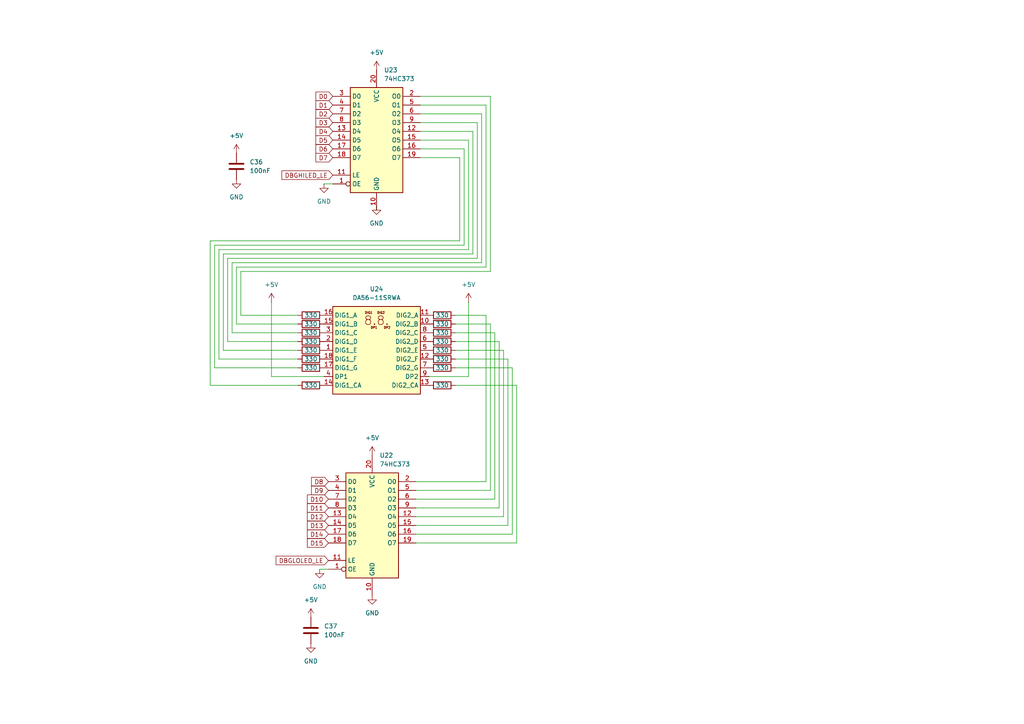
<source format=kicad_sch>
(kicad_sch (version 20250114) (generator "eeschema") (generator_version "9.0")
  (paper "A4")
  (lib_symbols
    (symbol "74xx:74HC373"
      (property "Reference" "U" (at -7.62 16.51 0))
      (property "Value" "74HC373" (at -7.62 -16.51 0))
      (symbol "74HC373_1_0"
        (pin input line (at -12.7 12.7 0) (length 5.08) (name "D0") (number "3"))
        (pin input line (at -12.7 10.16 0) (length 5.08) (name "D1") (number "4"))
        (pin input line (at -12.7 7.62 0) (length 5.08) (name "D2") (number "7"))
        (pin input line (at -12.7 5.08 0) (length 5.08) (name "D3") (number "8"))
        (pin input line (at -12.7 2.54 0) (length 5.08) (name "D4") (number "13"))
        (pin input line (at -12.7 0 0) (length 5.08) (name "D5") (number "14"))
        (pin input line (at -12.7 -2.54 0) (length 5.08) (name "D6") (number "17"))
        (pin input line (at -12.7 -5.08 0) (length 5.08) (name "D7") (number "18"))
        (pin input line (at -12.7 -10.16 0) (length 5.08) (name "LE") (number "11"))
        (pin input inverted (at -12.7 -12.7 0) (length 5.08) (name "OE") (number "1"))
        (pin power_in line (at 0 20.32 270) (length 5.08) (name "VCC") (number "20"))
        (pin power_in line (at 0 -20.32 90) (length 5.08) (name "GND") (number "10"))
        (pin tri_state line (at 12.7 12.7 180) (length 5.08) (name "O0") (number "2"))
        (pin tri_state line (at 12.7 10.16 180) (length 5.08) (name "O1") (number "5"))
        (pin tri_state line (at 12.7 7.62 180) (length 5.08) (name "O2") (number "6"))
        (pin tri_state line (at 12.7 5.08 180) (length 5.08) (name "O3") (number "9"))
        (pin tri_state line (at 12.7 2.54 180) (length 5.08) (name "O4") (number "12"))
        (pin tri_state line (at 12.7 0 180) (length 5.08) (name "O5") (number "15"))
        (pin tri_state line (at 12.7 -2.54 180) (length 5.08) (name "O6") (number "16"))
        (pin tri_state line (at 12.7 -5.08 180) (length 5.08) (name "O7") (number "19"))
      )
      (symbol "74HC373_1_1"
        (rectangle (start -7.62 15.24) (end 7.62 -15.24) (stroke (width 0.254)) (fill (type background)))
      )
    )
    (symbol "Device:C" (pin_numbers (hide yes)) (pin_names (offset 0.254))
      (property "Reference" "C" (at 0.635 2.54 0))
      (property "Value" "C" (at 0.635 -2.54 0))
      (symbol "C_0_1"
        (polyline (pts (xy -2.032 0.762) (xy 2.032 0.762)) (stroke (width 0.508)))
        (polyline (pts (xy -2.032 -0.762) (xy 2.032 -0.762)) (stroke (width 0.508)))
      )
      (symbol "C_1_1"
        (pin passive line (at 0 3.81 270) (length 2.794) (name "~") (number "1"))
        (pin passive line (at 0 -3.81 90) (length 2.794) (name "~") (number "2"))
      )
    )
    (symbol "Device:R" (pin_numbers (hide yes)) (pin_names (offset 0))
      (property "Reference" "R" (at 2.032 0 90))
      (property "Value" "R" (at 0 0 90))
      (symbol "R_0_1"
        (rectangle (start -1.016 -2.54) (end 1.016 2.54) (stroke (width 0.254)))
      )
      (symbol "R_1_1"
        (pin passive line (at 0 3.81 270) (length 1.27) (name "~") (number "1"))
        (pin passive line (at 0 -3.81 90) (length 1.27) (name "~") (number "2"))
      )
    )
    (symbol "Display_Character:DA56-11SRWA"
      (property "Reference" "U" (at -11.43 13.97 0))
      (property "Value" "DA56-11SRWA" (at 12.7 13.97 0))
      (symbol "DA56-11SRWA_0_0"
        (text "DIG1" (at -2.286 10.922 0) (effects (font (size 0.635 0.635))))
        (text "DP1" (at -0.762 6.604 0) (effects (font (size 0.635 0.635))))
        (text "8.8." (at 0 8.636 0) (effects (font (size 2.54 2.54))))
        (text "DIG2" (at 1.27 10.922 0) (effects (font (size 0.635 0.635))))
        (text "DP2" (at 3.048 6.604 0) (effects (font (size 0.635 0.635))))
      )
      (symbol "DA56-11SRWA_0_1"
        (rectangle (start -12.7 12.7) (end 12.7 -12.7) (stroke (width 0.254)) (fill (type background)))
      )
      (symbol "DA56-11SRWA_1_1"
        (pin input line (at -15.24 10.16 0) (length 2.54) (name "DIG1_A") (number "16"))
        (pin input line (at -15.24 7.62 0) (length 2.54) (name "DIG1_B") (number "15"))
        (pin input line (at -15.24 5.08 0) (length 2.54) (name "DIG1_C") (number "3"))
        (pin input line (at -15.24 2.54 0) (length 2.54) (name "DIG1_D") (number "2"))
        (pin input line (at -15.24 0 0) (length 2.54) (name "DIG1_E") (number "1"))
        (pin input line (at -15.24 -2.54 0) (length 2.54) (name "DIG1_F") (number "18"))
        (pin input line (at -15.24 -5.08 0) (length 2.54) (name "DIG1_G") (number "17"))
        (pin input line (at -15.24 -7.62 0) (length 2.54) (name "DP1") (number "4"))
        (pin input line (at -15.24 -10.16 0) (length 2.54) (name "DIG1_CA") (number "14"))
        (pin input line (at 15.24 10.16 180) (length 2.54) (name "DIG2_A") (number "11"))
        (pin input line (at 15.24 7.62 180) (length 2.54) (name "DIG2_B") (number "10"))
        (pin input line (at 15.24 5.08 180) (length 2.54) (name "DIG2_C") (number "8"))
        (pin input line (at 15.24 2.54 180) (length 2.54) (name "DIG2_D") (number "6"))
        (pin input line (at 15.24 0 180) (length 2.54) (name "DIG2_E") (number "5"))
        (pin input line (at 15.24 -2.54 180) (length 2.54) (name "DIG2_F") (number "12"))
        (pin input line (at 15.24 -5.08 180) (length 2.54) (name "DIG2_G") (number "7"))
        (pin input line (at 15.24 -7.62 180) (length 2.54) (name "DP2") (number "9"))
        (pin input line (at 15.24 -10.16 180) (length 2.54) (name "DIG2_CA") (number "13"))
      )
    )
    (symbol "power:+5V" (power) (pin_numbers (hide yes)) (pin_names (offset 0) (hide yes))
      (property "Value" "+5V" (at 0 3.556 0))
      (symbol "+5V_0_1"
        (polyline (pts (xy -0.762 1.27) (xy 0 2.54)))
        (polyline (pts (xy 0 2.54) (xy 0.762 1.27)))
        (polyline (pts (xy 0 0) (xy 0 2.54)))
      )
      (symbol "+5V_1_1"
        (pin power_in line (at 0 0 90) (length 0) (name "~") (number "1"))
      )
    )
    (symbol "power:GND" (power) (pin_numbers (hide yes)) (pin_names (offset 0) (hide yes))
      (property "Value" "GND" (at 0 -3.81 0))
      (symbol "GND_0_1"
        (polyline (pts (xy 0 0) (xy 0 -1.27) (xy 1.27 -1.27) (xy 0 -2.54) (xy -1.27 -1.27) (xy 0 -1.27)))
      )
      (symbol "GND_1_1"
        (pin power_in line (at 0 0 270) (length 0) (name "~") (number "1"))
      )
    )
  )
  (wire (pts (xy 69.85 91.44) (xy 86.36 91.44)))
  (wire (pts (xy 144.78 99.06) (xy 144.78 147.32)))
  (wire (pts (xy 133.35 45.72) (xy 133.35 69.85)))
  (wire (pts (xy 140.97 77.47) (xy 140.97 30.48)))
  (wire (pts (xy 67.31 76.2) (xy 67.31 96.52)))
  (wire (pts (xy 139.7 33.02) (xy 139.7 76.2)))
  (wire (pts (xy 121.92 27.94) (xy 142.24 27.94)))
  (wire (pts (xy 132.08 96.52) (xy 143.51 96.52)))
  (wire (pts (xy 147.32 104.14) (xy 147.32 152.4)))
  (wire (pts (xy 96.52 53.34) (xy 93.98 53.34)))
  (wire (pts (xy 132.08 99.06) (xy 144.78 99.06)))
  (wire (pts (xy 66.04 74.93) (xy 138.43 74.93)))
  (wire (pts (xy 149.86 111.76) (xy 149.86 157.48)))
  (wire (pts (xy 68.58 77.47) (xy 140.97 77.47)))
  (wire (pts (xy 137.16 38.1) (xy 137.16 73.66)))
  (wire (pts (xy 121.92 40.64) (xy 135.89 40.64)))
  (wire (pts (xy 135.89 72.39) (xy 63.5 72.39)))
  (wire (pts (xy 134.62 43.18) (xy 121.92 43.18)))
  (wire (pts (xy 62.23 106.68) (xy 62.23 71.12)))
  (wire (pts (xy 64.77 101.6) (xy 86.36 101.6)))
  (wire (pts (xy 120.65 139.7) (xy 140.97 139.7)))
  (wire (pts (xy 86.36 106.68) (xy 62.23 106.68)))
  (wire (pts (xy 135.89 109.22) (xy 124.46 109.22)))
  (wire (pts (xy 121.92 45.72) (xy 133.35 45.72)))
  (wire (pts (xy 133.35 69.85) (xy 60.96 69.85)))
  (wire (pts (xy 144.78 147.32) (xy 120.65 147.32)))
  (wire (pts (xy 132.08 91.44) (xy 140.97 91.44)))
  (wire (pts (xy 135.89 40.64) (xy 135.89 72.39)))
  (wire (pts (xy 93.98 109.22) (xy 78.74 109.22)))
  (wire (pts (xy 78.74 87.63) (xy 78.74 109.22)))
  (wire (pts (xy 121.92 33.02) (xy 139.7 33.02)))
  (wire (pts (xy 137.16 73.66) (xy 64.77 73.66)))
  (wire (pts (xy 109.22 59.69) (xy 109.22 60.96)))
  (wire (pts (xy 120.65 144.78) (xy 143.51 144.78)))
  (wire (pts (xy 66.04 99.06) (xy 66.04 74.93)))
  (wire (pts (xy 120.65 142.24) (xy 142.24 142.24)))
  (wire (pts (xy 139.7 76.2) (xy 67.31 76.2)))
  (wire (pts (xy 140.97 139.7) (xy 140.97 91.44)))
  (wire (pts (xy 143.51 144.78) (xy 143.51 96.52)))
  (wire (pts (xy 63.5 72.39) (xy 63.5 104.14)))
  (wire (pts (xy 120.65 157.48) (xy 149.86 157.48)))
  (wire (pts (xy 63.5 104.14) (xy 86.36 104.14)))
  (wire (pts (xy 148.59 154.94) (xy 148.59 106.68)))
  (wire (pts (xy 132.08 111.76) (xy 149.86 111.76)))
  (wire (pts (xy 60.96 69.85) (xy 60.96 111.76)))
  (wire (pts (xy 68.58 93.98) (xy 68.58 77.47)))
  (wire (pts (xy 62.23 71.12) (xy 134.62 71.12)))
  (wire (pts (xy 146.05 101.6) (xy 132.08 101.6)))
  (wire (pts (xy 147.32 152.4) (xy 120.65 152.4)))
  (wire (pts (xy 120.65 154.94) (xy 148.59 154.94)))
  (wire (pts (xy 142.24 78.74) (xy 69.85 78.74)))
  (wire (pts (xy 86.36 99.06) (xy 66.04 99.06)))
  (wire (pts (xy 146.05 149.86) (xy 146.05 101.6)))
  (wire (pts (xy 135.89 87.63) (xy 135.89 109.22)))
  (wire (pts (xy 95.25 165.1) (xy 92.71 165.1)))
  (wire (pts (xy 69.85 78.74) (xy 69.85 91.44)))
  (wire (pts (xy 142.24 27.94) (xy 142.24 78.74)))
  (wire (pts (xy 134.62 71.12) (xy 134.62 43.18)))
  (wire (pts (xy 120.65 149.86) (xy 146.05 149.86)))
  (wire (pts (xy 138.43 35.56) (xy 121.92 35.56)))
  (wire (pts (xy 121.92 30.48) (xy 140.97 30.48)))
  (wire (pts (xy 148.59 106.68) (xy 132.08 106.68)))
  (wire (pts (xy 142.24 93.98) (xy 142.24 142.24)))
  (wire (pts (xy 67.31 96.52) (xy 86.36 96.52)))
  (wire (pts (xy 121.92 38.1) (xy 137.16 38.1)))
  (wire (pts (xy 86.36 93.98) (xy 68.58 93.98)))
  (wire (pts (xy 60.96 111.76) (xy 86.36 111.76)))
  (wire (pts (xy 138.43 74.93) (xy 138.43 35.56)))
  (wire (pts (xy 64.77 73.66) (xy 64.77 101.6)))
  (wire (pts (xy 132.08 93.98) (xy 142.24 93.98)))
  (wire (pts (xy 132.08 104.14) (xy 147.32 104.14)))
  (global_label "D13" (shape input) (at 95.25 152.4 180) (property "Intersheetrefs" "${INTERSHEET_REFS}" (effects (hide yes))))
  (global_label "D11" (shape input) (at 95.25 147.32 180) (property "Intersheetrefs" "${INTERSHEET_REFS}" (effects (hide yes))))
  (global_label "D14" (shape input) (at 95.25 154.94 180) (property "Intersheetrefs" "${INTERSHEET_REFS}" (effects (hide yes))))
  (global_label "DBGHILED_LE" (shape input) (at 96.52 50.8 180) (property "Intersheetrefs" "${INTERSHEET_REFS}" (effects (hide yes))))
  (global_label "D0" (shape input) (at 96.52 27.94 180) (property "Intersheetrefs" "${INTERSHEET_REFS}" (effects (hide yes))))
  (global_label "D8" (shape input) (at 95.25 139.7 180) (property "Intersheetrefs" "${INTERSHEET_REFS}" (effects (hide yes))))
  (global_label "D10" (shape input) (at 95.25 144.78 180) (property "Intersheetrefs" "${INTERSHEET_REFS}" (effects (hide yes))))
  (global_label "D7" (shape input) (at 96.52 45.72 180) (property "Intersheetrefs" "${INTERSHEET_REFS}" (effects (hide yes))))
  (global_label "DBGLOLED_LE" (shape input) (at 95.25 162.56 180) (property "Intersheetrefs" "${INTERSHEET_REFS}" (effects (hide yes))))
  (global_label "D2" (shape input) (at 96.52 33.02 180) (property "Intersheetrefs" "${INTERSHEET_REFS}" (effects (hide yes))))
  (global_label "D1" (shape input) (at 96.52 30.48 180) (property "Intersheetrefs" "${INTERSHEET_REFS}" (effects (hide yes))))
  (global_label "D3" (shape input) (at 96.52 35.56 180) (property "Intersheetrefs" "${INTERSHEET_REFS}" (effects (hide yes))))
  (global_label "D5" (shape input) (at 96.52 40.64 180) (property "Intersheetrefs" "${INTERSHEET_REFS}" (effects (hide yes))))
  (global_label "D12" (shape input) (at 95.25 149.86 180) (property "Intersheetrefs" "${INTERSHEET_REFS}" (effects (hide yes))))
  (global_label "D15" (shape input) (at 95.25 157.48 180) (property "Intersheetrefs" "${INTERSHEET_REFS}" (effects (hide yes))))
  (global_label "D9" (shape input) (at 95.25 142.24 180) (property "Intersheetrefs" "${INTERSHEET_REFS}" (effects (hide yes))))
  (global_label "D6" (shape input) (at 96.52 43.18 180) (property "Intersheetrefs" "${INTERSHEET_REFS}" (effects (hide yes))))
  (global_label "D4" (shape input) (at 96.52 38.1 180) (property "Intersheetrefs" "${INTERSHEET_REFS}" (effects (hide yes))))
  (symbol (lib_id "Device:R") (at 90.17 91.44 90) (unit 1)
    (property "Reference" "R17" (effects (hide yes)))
    (property "Value" "330" (at 90.17 91.44 90))
    (property "Footprint" "Resistor_THT:R_Axial_DIN0207_L6.3mm_D2.5mm_P10.16mm_Horizontal" (effects (hide yes)))
    (property "Description" "Resistor" (effects (hide yes)))
  )
  (symbol (lib_id "Device:R") (at 128.27 91.44 90) (unit 1)
    (property "Reference" "R25" (effects (hide yes)))
    (property "Value" "330" (at 128.27 91.44 90))
    (property "Footprint" "Resistor_THT:R_Axial_DIN0207_L6.3mm_D2.5mm_P10.16mm_Horizontal" (effects (hide yes)))
    (property "Description" "Resistor" (effects (hide yes)))
  )
  (symbol (lib_id "power:GND") (at 107.95 172.72 0) (unit 1)
    (property "Reference" "#PWR0131" (effects (hide yes)))
    (property "Value" "GND" (at 107.95 177.8 0))
    (property "Description" "Power symbol creates a global label with name \"GND\" , ground" (effects (hide yes)))
  )
  (symbol (lib_id "power:GND") (at 93.98 53.34 0) (unit 1)
    (property "Reference" "#PWR074" (effects (hide yes)))
    (property "Value" "GND" (at 93.98 58.42 0))
    (property "Description" "Power symbol creates a global label with name \"GND\" , ground" (effects (hide yes)))
  )
  (symbol (lib_id "74xx:74HC373") (at 107.95 152.4 0) (unit 1)
    (property "Reference" "U22" (at 110.0933 132.08 0) (effects (justify left)))
    (property "Value" "74HC373" (at 110.0933 134.62 0) (effects (justify left)))
    (property "Footprint" "Package_DIP:DIP-20_W7.62mm" (effects (hide yes)))
    (property "Datasheet" "https://www.ti.com/lit/ds/symlink/cd54hc373.pdf" (effects (hide yes)))
    (property "Description" "8-bit Latch, 3-state outputs" (effects (hide yes)))
  )
  (symbol (lib_id "Device:R") (at 90.17 104.14 90) (unit 1)
    (property "Reference" "R22" (effects (hide yes)))
    (property "Value" "330" (at 90.17 104.14 90))
    (property "Footprint" "Resistor_THT:R_Axial_DIN0207_L6.3mm_D2.5mm_P10.16mm_Horizontal" (effects (hide yes)))
    (property "Description" "Resistor" (effects (hide yes)))
  )
  (symbol (lib_id "Device:R") (at 128.27 101.6 90) (unit 1)
    (property "Reference" "R29" (effects (hide yes)))
    (property "Value" "330" (at 128.27 101.6 90))
    (property "Footprint" "Resistor_THT:R_Axial_DIN0207_L6.3mm_D2.5mm_P10.16mm_Horizontal" (effects (hide yes)))
    (property "Description" "Resistor" (effects (hide yes)))
  )
  (symbol (lib_id "power:GND") (at 92.71 165.1 0) (unit 1)
    (property "Reference" "#PWR0135" (effects (hide yes)))
    (property "Value" "GND" (at 92.71 170.18 0))
    (property "Description" "Power symbol creates a global label with name \"GND\" , ground" (effects (hide yes)))
  )
  (symbol (lib_id "power:GND") (at 109.22 59.69 0) (unit 1)
    (property "Reference" "#PWR0133" (effects (hide yes)))
    (property "Value" "GND" (at 109.22 64.77 0))
    (property "Description" "Power symbol creates a global label with name \"GND\" , ground" (effects (hide yes)))
  )
  (symbol (lib_id "Device:R") (at 128.27 106.68 90) (unit 1)
    (property "Reference" "R31" (effects (hide yes)))
    (property "Value" "330" (at 128.27 106.68 90))
    (property "Footprint" "Resistor_THT:R_Axial_DIN0207_L6.3mm_D2.5mm_P10.16mm_Horizontal" (effects (hide yes)))
    (property "Description" "Resistor" (effects (hide yes)))
  )
  (symbol (lib_id "74xx:74HC373") (at 109.22 40.64 0) (unit 1)
    (property "Reference" "U23" (at 111.3633 20.32 0) (effects (justify left)))
    (property "Value" "74HC373" (at 111.3633 22.86 0) (effects (justify left)))
    (property "Footprint" "Package_DIP:DIP-20_W7.62mm" (effects (hide yes)))
    (property "Datasheet" "https://www.ti.com/lit/ds/symlink/cd54hc373.pdf" (effects (hide yes)))
    (property "Description" "8-bit Latch, 3-state outputs" (effects (hide yes)))
  )
  (symbol (lib_id "Device:R") (at 90.17 111.76 90) (unit 1)
    (property "Reference" "R24" (effects (hide yes)))
    (property "Value" "330" (at 90.17 111.76 90))
    (property "Footprint" "Resistor_THT:R_Axial_DIN0207_L6.3mm_D2.5mm_P10.16mm_Horizontal" (effects (hide yes)))
    (property "Description" "Resistor" (effects (hide yes)))
  )
  (symbol (lib_id "Device:R") (at 128.27 111.76 90) (unit 1)
    (property "Reference" "R32" (effects (hide yes)))
    (property "Value" "330" (at 128.27 111.76 90))
    (property "Footprint" "Resistor_THT:R_Axial_DIN0207_L6.3mm_D2.5mm_P10.16mm_Horizontal" (effects (hide yes)))
    (property "Description" "Resistor" (effects (hide yes)))
  )
  (symbol (lib_id "power:+5V") (at 78.74 87.63 0) (unit 1)
    (property "Reference" "#PWR0127" (effects (hide yes)))
    (property "Value" "+5V" (at 78.74 82.55 0))
    (property "Description" "Power symbol creates a global label with name \"+5V\"" (effects (hide yes)))
  )
  (symbol (lib_id "power:+5V") (at 109.22 20.32 0) (unit 1)
    (property "Reference" "#PWR0132" (effects (hide yes)))
    (property "Value" "+5V" (at 109.22 15.24 0))
    (property "Description" "Power symbol creates a global label with name \"+5V\"" (effects (hide yes)))
  )
  (symbol (lib_id "power:+5V") (at 135.89 87.63 0) (unit 1)
    (property "Reference" "#PWR0134" (effects (hide yes)))
    (property "Value" "+5V" (at 135.89 82.55 0))
    (property "Description" "Power symbol creates a global label with name \"+5V\"" (effects (hide yes)))
  )
  (symbol (lib_id "Device:R") (at 90.17 106.68 90) (unit 1)
    (property "Reference" "R23" (effects (hide yes)))
    (property "Value" "330" (at 90.17 106.68 90))
    (property "Footprint" "Resistor_THT:R_Axial_DIN0207_L6.3mm_D2.5mm_P10.16mm_Horizontal" (effects (hide yes)))
    (property "Description" "Resistor" (effects (hide yes)))
  )
  (symbol (lib_id "power:GND") (at 90.17 186.69 0) (unit 1)
    (property "Reference" "#PWR0129" (effects (hide yes)))
    (property "Value" "GND" (at 90.17 191.77 0))
    (property "Description" "Power symbol creates a global label with name \"GND\" , ground" (effects (hide yes)))
  )
  (symbol (lib_id "power:+5V") (at 107.95 132.08 0) (unit 1)
    (property "Reference" "#PWR0130" (effects (hide yes)))
    (property "Value" "+5V" (at 107.95 127 0))
    (property "Description" "Power symbol creates a global label with name \"+5V\"" (effects (hide yes)))
  )
  (symbol (lib_id "Device:R") (at 90.17 99.06 90) (unit 1)
    (property "Reference" "R20" (effects (hide yes)))
    (property "Value" "330" (at 90.17 99.06 90))
    (property "Footprint" "Resistor_THT:R_Axial_DIN0207_L6.3mm_D2.5mm_P10.16mm_Horizontal" (effects (hide yes)))
    (property "Description" "Resistor" (effects (hide yes)))
  )
  (symbol (lib_id "power:GND") (at 68.58 52.07 0) (unit 1)
    (property "Reference" "#PWR0126" (effects (hide yes)))
    (property "Value" "GND" (at 68.58 57.15 0))
    (property "Description" "Power symbol creates a global label with name \"GND\" , ground" (effects (hide yes)))
  )
  (symbol (lib_id "Device:R") (at 90.17 93.98 90) (unit 1)
    (property "Reference" "R18" (effects (hide yes)))
    (property "Value" "330" (at 90.17 93.98 90))
    (property "Footprint" "Resistor_THT:R_Axial_DIN0207_L6.3mm_D2.5mm_P10.16mm_Horizontal" (effects (hide yes)))
    (property "Description" "Resistor" (effects (hide yes)))
  )
  (symbol (lib_id "Device:C") (at 90.17 182.88 0) (unit 1)
    (property "Reference" "C37" (at 93.98 181.6099 0) (effects (justify left)))
    (property "Value" "100nF" (at 93.98 184.1499 0) (effects (justify left)))
    (property "Footprint" "Capacitor_THT:C_Disc_D5.0mm_W2.5mm_P5.00mm" (effects (hide yes)))
    (property "Description" "Unpolarized capacitor" (effects (hide yes)))
  )
  (symbol (lib_id "Device:R") (at 128.27 96.52 90) (unit 1)
    (property "Reference" "R27" (effects (hide yes)))
    (property "Value" "330" (at 128.27 96.52 90))
    (property "Footprint" "Resistor_THT:R_Axial_DIN0207_L6.3mm_D2.5mm_P10.16mm_Horizontal" (effects (hide yes)))
    (property "Description" "Resistor" (effects (hide yes)))
  )
  (symbol (lib_id "Device:R") (at 90.17 96.52 90) (unit 1)
    (property "Reference" "R19" (effects (hide yes)))
    (property "Value" "330" (at 90.17 96.52 90))
    (property "Footprint" "Resistor_THT:R_Axial_DIN0207_L6.3mm_D2.5mm_P10.16mm_Horizontal" (effects (hide yes)))
    (property "Description" "Resistor" (effects (hide yes)))
  )
  (symbol (lib_id "power:+5V") (at 90.17 179.07 0) (unit 1)
    (property "Reference" "#PWR0128" (effects (hide yes)))
    (property "Value" "+5V" (at 90.17 173.99 0))
    (property "Description" "Power symbol creates a global label with name \"+5V\"" (effects (hide yes)))
  )
  (symbol (lib_id "Device:R") (at 128.27 99.06 90) (unit 1)
    (property "Reference" "R28" (effects (hide yes)))
    (property "Value" "330" (at 128.27 99.06 90))
    (property "Footprint" "Resistor_THT:R_Axial_DIN0207_L6.3mm_D2.5mm_P10.16mm_Horizontal" (effects (hide yes)))
    (property "Description" "Resistor" (effects (hide yes)))
  )
  (symbol (lib_id "Display_Character:DA56-11SRWA") (at 109.22 101.6 0) (unit 1)
    (property "Reference" "U24" (at 109.22 83.82 0))
    (property "Value" "DA56-11SRWA" (at 109.22 86.36 0))
    (property "Footprint" "Display_7Segment:DA56-11SURKWA" (effects (hide yes)))
    (property "Datasheet" "http://www.kingbrightusa.com/images/catalog/SPEC/DA56-11SRWA.pdf" (effects (hide yes)))
    (property "Description" "Double digit 7 segment super bright red LED common anode" (effects (hide yes)))
  )
  (symbol (lib_id "Device:R") (at 90.17 101.6 90) (unit 1)
    (property "Reference" "R21" (effects (hide yes)))
    (property "Value" "330" (at 90.17 101.6 90))
    (property "Footprint" "Resistor_THT:R_Axial_DIN0207_L6.3mm_D2.5mm_P10.16mm_Horizontal" (effects (hide yes)))
    (property "Description" "Resistor" (effects (hide yes)))
  )
  (symbol (lib_id "Device:R") (at 128.27 104.14 90) (unit 1)
    (property "Reference" "R30" (effects (hide yes)))
    (property "Value" "330" (at 128.27 104.14 90))
    (property "Footprint" "Resistor_THT:R_Axial_DIN0207_L6.3mm_D2.5mm_P10.16mm_Horizontal" (effects (hide yes)))
    (property "Description" "Resistor" (effects (hide yes)))
  )
  (symbol (lib_id "power:+5V") (at 68.58 44.45 0) (unit 1)
    (property "Reference" "#PWR0125" (effects (hide yes)))
    (property "Value" "+5V" (at 68.58 39.37 0))
    (property "Description" "Power symbol creates a global label with name \"+5V\"" (effects (hide yes)))
  )
  (symbol (lib_id "Device:C") (at 68.58 48.26 0) (unit 1)
    (property "Reference" "C36" (at 72.39 46.9899 0) (effects (justify left)))
    (property "Value" "100nF" (at 72.39 49.5299 0) (effects (justify left)))
    (property "Footprint" "Capacitor_THT:C_Disc_D5.0mm_W2.5mm_P5.00mm" (effects (hide yes)))
    (property "Description" "Unpolarized capacitor" (effects (hide yes)))
  )
  (symbol (lib_id "Device:R") (at 128.27 93.98 90) (unit 1)
    (property "Reference" "R26" (effects (hide yes)))
    (property "Value" "330" (at 128.27 93.98 90))
    (property "Footprint" "Resistor_THT:R_Axial_DIN0207_L6.3mm_D2.5mm_P10.16mm_Horizontal" (effects (hide yes)))
    (property "Description" "Resistor" (effects (hide yes)))
  )
)
</source>
